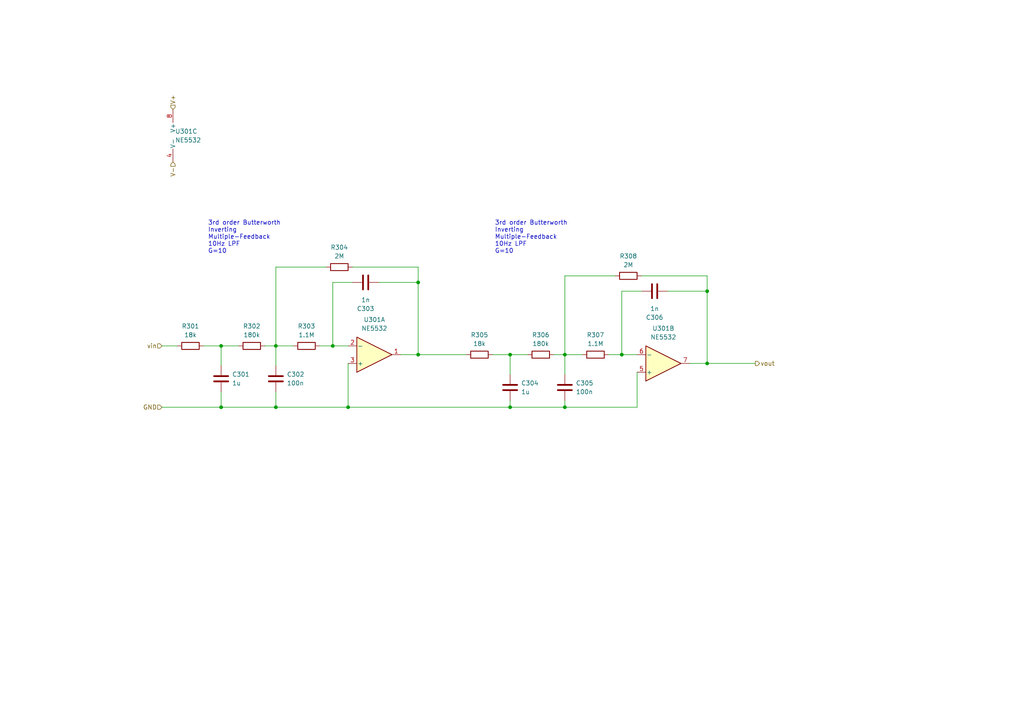
<source format=kicad_sch>
(kicad_sch (version 20211123) (generator eeschema)
  (paper "A4")
  (lib_symbols
    (symbol "Amplifier_Operational:NE5532" (pin_names (offset 0.127))
      (property "Reference" "U" (at 0 5.08 0))
      (property "Value" "NE5532" (at 0 -5.08 0))
      (symbol "NE5532_1_1"
        (polyline (pts (xy -5.08 5.08) (xy 5.08 0) (xy -5.08 -5.08) (xy -5.08 5.08)) (stroke (width 0.254)) (fill (type background)))
        (pin output line (at 7.62 0 180) (length 2.54) (name "~") (number "1"))
        (pin input line (at -7.62 -2.54 0) (length 2.54) (name "-") (number "2"))
        (pin input line (at -7.62 2.54 0) (length 2.54) (name "+") (number "3"))
      )
      (symbol "NE5532_2_1"
        (polyline (pts (xy -5.08 5.08) (xy 5.08 0) (xy -5.08 -5.08) (xy -5.08 5.08)) (stroke (width 0.254)) (fill (type background)))
        (pin input line (at -7.62 2.54 0) (length 2.54) (name "+") (number "5"))
        (pin input line (at -7.62 -2.54 0) (length 2.54) (name "-") (number "6"))
        (pin output line (at 7.62 0 180) (length 2.54) (name "~") (number "7"))
      )
      (symbol "NE5532_3_1"
        (pin power_in line (at -2.54 -7.62 90) (length 3.81) (name "V-") (number "4"))
        (pin power_in line (at -2.54 7.62 270) (length 3.81) (name "V+") (number "8"))
      )
    )
    (symbol "Device:C" (pin_numbers hide) (pin_names (offset 0.254))
      (property "Reference" "C" (at 0.635 2.54 0))
      (property "Value" "C" (at 0.635 -2.54 0))
      (symbol "C_0_1"
        (polyline (pts (xy -2.032 -0.762) (xy 2.032 -0.762)) (stroke (width 0.508)))
        (polyline (pts (xy -2.032 0.762) (xy 2.032 0.762)) (stroke (width 0.508)))
      )
      (symbol "C_1_1"
        (pin passive line (at 0 3.81 270) (length 2.794) (name "~") (number "1"))
        (pin passive line (at 0 -3.81 90) (length 2.794) (name "~") (number "2"))
      )
    )
    (symbol "Device:R" (pin_numbers hide) (pin_names (offset 0))
      (property "Reference" "R" (at 2.032 0 90))
      (property "Value" "R" (at 0 0 90))
      (symbol "R_0_1"
        (rectangle (start -1.016 -2.54) (end 1.016 2.54) (stroke (width 0.254)))
      )
      (symbol "R_1_1"
        (pin passive line (at 0 3.81 270) (length 1.27) (name "~") (number "1"))
        (pin passive line (at 0 -3.81 90) (length 1.27) (name "~") (number "2"))
      )
    )
  )
  (junction (at 96.52 100.33))
  (junction (at 147.955 118.11))
  (junction (at 80.01 100.33))
  (junction (at 64.135 118.11))
  (junction (at 147.955 102.87))
  (junction (at 163.83 118.11))
  (junction (at 100.965 118.11))
  (junction (at 121.285 81.915))
  (junction (at 205.105 105.41))
  (junction (at 205.105 84.455))
  (junction (at 64.135 100.33))
  (junction (at 163.83 102.87))
  (junction (at 180.34 102.87))
  (junction (at 121.285 102.87))
  (junction (at 80.01 118.11))
  (wire (pts (xy 80.01 113.665) (xy 80.01 118.11)))
  (wire (pts (xy 64.135 118.11) (xy 80.01 118.11)))
  (wire (pts (xy 59.055 100.33) (xy 64.135 100.33)))
  (wire (pts (xy 176.53 102.87) (xy 180.34 102.87)))
  (wire (pts (xy 178.435 80.01) (xy 163.83 80.01)))
  (wire (pts (xy 180.34 102.87) (xy 184.785 102.87)))
  (wire (pts (xy 193.675 84.455) (xy 205.105 84.455)))
  (wire (pts (xy 46.99 118.11) (xy 64.135 118.11)))
  (wire (pts (xy 80.01 100.33) (xy 85.09 100.33)))
  (wire (pts (xy 121.285 77.47) (xy 121.285 81.915)))
  (wire (pts (xy 92.71 100.33) (xy 96.52 100.33)))
  (wire (pts (xy 180.34 84.455) (xy 180.34 102.87)))
  (wire (pts (xy 64.135 113.665) (xy 64.135 118.11)))
  (wire (pts (xy 163.83 102.87) (xy 168.91 102.87)))
  (wire (pts (xy 147.955 108.585) (xy 147.955 102.87)))
  (wire (pts (xy 96.52 81.915) (xy 96.52 100.33)))
  (wire (pts (xy 205.105 84.455) (xy 205.105 105.41)))
  (wire (pts (xy 184.785 118.11) (xy 163.83 118.11)))
  (wire (pts (xy 121.285 81.915) (xy 121.285 102.87)))
  (wire (pts (xy 96.52 100.33) (xy 100.965 100.33)))
  (wire (pts (xy 80.01 100.33) (xy 80.01 106.045)))
  (wire (pts (xy 100.965 105.41) (xy 100.965 118.11)))
  (wire (pts (xy 102.235 81.915) (xy 96.52 81.915)))
  (wire (pts (xy 94.615 77.47) (xy 80.01 77.47)))
  (wire (pts (xy 186.055 84.455) (xy 180.34 84.455)))
  (wire (pts (xy 163.83 80.01) (xy 163.83 102.87)))
  (wire (pts (xy 205.105 105.41) (xy 219.075 105.41)))
  (wire (pts (xy 64.135 100.33) (xy 69.215 100.33)))
  (wire (pts (xy 147.955 118.11) (xy 163.83 118.11)))
  (wire (pts (xy 163.83 102.87) (xy 163.83 108.585)))
  (wire (pts (xy 64.135 106.045) (xy 64.135 100.33)))
  (wire (pts (xy 200.025 105.41) (xy 205.105 105.41)))
  (wire (pts (xy 102.235 77.47) (xy 121.285 77.47)))
  (wire (pts (xy 184.785 107.95) (xy 184.785 118.11)))
  (wire (pts (xy 160.655 102.87) (xy 163.83 102.87)))
  (wire (pts (xy 76.835 100.33) (xy 80.01 100.33)))
  (wire (pts (xy 80.01 77.47) (xy 80.01 100.33)))
  (wire (pts (xy 163.83 116.205) (xy 163.83 118.11)))
  (wire (pts (xy 109.855 81.915) (xy 121.285 81.915)))
  (wire (pts (xy 46.99 100.33) (xy 51.435 100.33)))
  (wire (pts (xy 186.055 80.01) (xy 205.105 80.01)))
  (wire (pts (xy 147.955 116.205) (xy 147.955 118.11)))
  (wire (pts (xy 205.105 80.01) (xy 205.105 84.455)))
  (wire (pts (xy 121.285 102.87) (xy 135.255 102.87)))
  (wire (pts (xy 80.01 118.11) (xy 100.965 118.11)))
  (wire (pts (xy 116.205 102.87) (xy 121.285 102.87)))
  (wire (pts (xy 147.955 102.87) (xy 153.035 102.87)))
  (wire (pts (xy 142.875 102.87) (xy 147.955 102.87)))
  (wire (pts (xy 100.965 118.11) (xy 147.955 118.11)))
  (text "3rd order Butterworth\nInverting\nMultiple-Feedback\n10Hz LPF\nG=10" (at 143.51 73.66 0) (effects (font (size 1.27 1.27)) (justify left bottom)))
  (text "3rd order Butterworth\nInverting\nMultiple-Feedback\n10Hz LPF\nG=10" (at 60.325 73.66 0) (effects (font (size 1.27 1.27)) (justify left bottom)))
  (hierarchical_label "vin" (shape input) (at 46.99 100.33 180))
  (hierarchical_label "V-" (shape input) (at 50.165 46.99 270))
  (hierarchical_label "GND" (shape input) (at 46.99 118.11 180))
  (hierarchical_label "V+" (shape input) (at 50.165 31.75 90))
  (hierarchical_label "vout" (shape output) (at 219.075 105.41 0))
  (symbol (lib_id "Device:C") (at 147.955 112.395 0) (unit 1)
    (property "Reference" "C304" (at 151.13 111.1249 0) (effects (justify left)))
    (property "Value" "1u" (at 151.13 113.6649 0) (effects (justify left)))
  )
  (symbol (lib_id "Device:C") (at 64.135 109.855 0) (unit 1)
    (property "Reference" "C301" (at 67.31 108.5849 0) (effects (justify left)))
    (property "Value" "1u" (at 67.31 111.1249 0) (effects (justify left)))
  )
  (symbol (lib_id "Device:R") (at 172.72 102.87 270) (unit 1)
    (property "Reference" "R307" (at 172.72 97.155 90))
    (property "Value" "1.1M" (at 172.72 99.695 90))
    (property "Spice_Primitive" "R" (effects hide))
    (property "Spice_Model" "1.1Meg" (effects hide))
    (property "Spice_Netlist_Enabled" "Y" (effects hide))
  )
  (symbol (lib_id "Device:C") (at 163.83 112.395 0) (unit 1)
    (property "Reference" "C305" (at 167.005 111.1249 0) (effects (justify left)))
    (property "Value" "100n" (at 167.005 113.6649 0) (effects (justify left)))
  )
  (symbol (lib_id "Device:R") (at 98.425 77.47 90) (unit 1)
    (property "Reference" "R304" (at 98.425 71.755 90))
    (property "Value" "2M" (at 98.425 74.295 90))
    (property "Spice_Primitive" "R" (effects hide))
    (property "Spice_Model" "2Meg" (effects hide))
    (property "Spice_Netlist_Enabled" "Y" (effects hide))
  )
  (symbol (lib_id "Device:R") (at 156.845 102.87 90) (unit 1)
    (property "Reference" "R306" (at 156.845 97.155 90))
    (property "Value" "180k" (at 156.845 99.695 90))
  )
  (symbol (lib_id "Device:C") (at 106.045 81.915 90) (unit 1)
    (property "Reference" "C303" (at 106.045 89.535 90))
    (property "Value" "1n" (at 106.045 86.995 90))
  )
  (symbol (lib_id "Device:R") (at 88.9 100.33 270) (unit 1)
    (property "Reference" "R303" (at 88.9 94.615 90))
    (property "Value" "1.1M" (at 88.9 97.155 90))
    (property "Spice_Primitive" "R" (effects hide))
    (property "Spice_Model" "1.1Meg" (effects hide))
    (property "Spice_Netlist_Enabled" "Y" (effects hide))
  )
  (symbol (lib_id "Device:R") (at 73.025 100.33 90) (unit 1)
    (property "Reference" "R302" (at 73.025 94.615 90))
    (property "Value" "180k" (at 73.025 97.155 90))
  )
  (symbol (lib_id "Device:R") (at 139.065 102.87 90) (unit 1)
    (property "Reference" "R305" (at 139.065 97.155 90))
    (property "Value" "18k" (at 139.065 99.695 90))
    (property "Spice_Primitive" "R" (effects hide))
    (property "Spice_Netlist_Enabled" "Y" (effects hide))
  )
  (symbol (lib_id "Device:R") (at 55.245 100.33 90) (unit 1)
    (property "Reference" "R301" (at 55.245 94.615 90))
    (property "Value" "18k" (at 55.245 97.155 90))
    (property "Spice_Primitive" "R" (effects hide))
    (property "Spice_Netlist_Enabled" "Y" (effects hide))
  )
  (symbol (lib_id "Device:R") (at 182.245 80.01 90) (unit 1)
    (property "Reference" "R308" (at 182.245 74.295 90))
    (property "Value" "2M" (at 182.245 76.835 90))
    (property "Spice_Primitive" "R" (effects hide))
    (property "Spice_Model" "2Meg" (effects hide))
    (property "Spice_Netlist_Enabled" "Y" (effects hide))
  )
  (symbol (lib_id "Amplifier_Operational:NE5532") (at 108.585 102.87 0) (mirror x) (unit 1)
    (property "Reference" "U301" (at 108.585 92.71 0))
    (property "Value" "NE5532" (at 108.585 95.25 0))
    (property "Datasheet" "http://www.ti.com/lit/ds/symlink/ne5532.pdf" (effects hide))
    (property "Spice_Primitive" "X" (effects hide))
    (property "Spice_Model" "NE5532_DUAL" (effects hide))
    (property "Spice_Netlist_Enabled" "Y" (effects hide))
    (property "Spice_Lib_File" "NE5532_SN.lib" (effects hide))
  )
  (symbol (lib_id "Device:C") (at 80.01 109.855 0) (unit 1)
    (property "Reference" "C302" (at 83.185 108.5849 0) (effects (justify left)))
    (property "Value" "100n" (at 83.185 111.1249 0) (effects (justify left)))
  )
  (symbol (lib_id "Amplifier_Operational:NE5532") (at 192.405 105.41 0) (mirror x) (unit 2)
    (property "Reference" "U301" (at 192.405 95.25 0))
    (property "Value" "NE5532" (at 192.405 97.79 0))
    (property "Datasheet" "http://www.ti.com/lit/ds/symlink/ne5532.pdf" (effects hide))
    (property "Spice_Primitive" "X" (effects hide))
    (property "Spice_Model" "NE5532_DUAL" (effects hide))
    (property "Spice_Netlist_Enabled" "Y" (effects hide))
    (property "Spice_Lib_File" "NE5532_SN.lib" (effects hide))
  )
  (symbol (lib_id "Amplifier_Operational:NE5532") (at 52.705 39.37 0) (unit 3)
    (property "Reference" "U301" (at 50.8 38.0999 0) (effects (justify left)))
    (property "Value" "NE5532" (at 50.8 40.6399 0) (effects (justify left)))
    (property "Datasheet" "http://www.ti.com/lit/ds/symlink/ne5532.pdf" (effects hide))
    (property "Spice_Primitive" "X" (effects hide))
    (property "Spice_Model" "NE5532_DUAL" (effects hide))
    (property "Spice_Netlist_Enabled" "Y" (effects hide))
    (property "Spice_Lib_File" "NE5532_SN.lib" (effects hide))
  )
  (symbol (lib_id "Device:C") (at 189.865 84.455 90) (unit 1)
    (property "Reference" "C306" (at 189.865 92.075 90))
    (property "Value" "1n" (at 189.865 89.535 90))
  )
)
</source>
